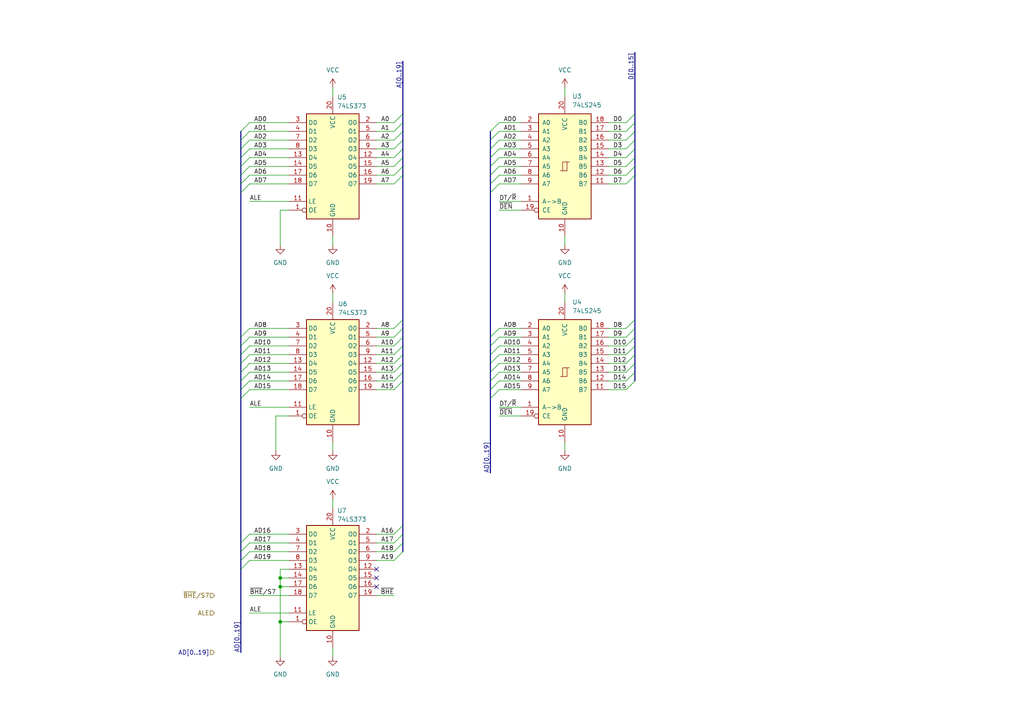
<source format=kicad_sch>
(kicad_sch (version 20250114) (generator "eeschema") (generator_version "9.0")
  (paper "A4")
  (lib_symbols
    (symbol "74xx:74LS245" (pin_names (offset 1.016))
      (property "Reference" "U" (at -7.62 16.51 0))
      (property "Value" "74LS245" (at -7.62 -16.51 0))
      (symbol "74LS245_1_0"
        (polyline (pts (xy -1.27 -1.27) (xy 0.635 -1.27) (xy 0.635 1.27) (xy 1.27 1.27)))
        (polyline (pts (xy -0.635 -1.27) (xy -0.635 1.27) (xy 0.635 1.27)))
        (pin tri_state line (at -12.7 12.7 0) (length 5.08) (name "A0") (number "2"))
        (pin tri_state line (at -12.7 10.16 0) (length 5.08) (name "A1") (number "3"))
        (pin tri_state line (at -12.7 7.62 0) (length 5.08) (name "A2") (number "4"))
        (pin tri_state line (at -12.7 5.08 0) (length 5.08) (name "A3") (number "5"))
        (pin tri_state line (at -12.7 2.54 0) (length 5.08) (name "A4") (number "6"))
        (pin tri_state line (at -12.7 0 0) (length 5.08) (name "A5") (number "7"))
        (pin tri_state line (at -12.7 -2.54 0) (length 5.08) (name "A6") (number "8"))
        (pin tri_state line (at -12.7 -5.08 0) (length 5.08) (name "A7") (number "9"))
        (pin input line (at -12.7 -10.16 0) (length 5.08) (name "A->B") (number "1"))
        (pin input inverted (at -12.7 -12.7 0) (length 5.08) (name "CE") (number "19"))
        (pin power_in line (at 0 20.32 270) (length 5.08) (name "VCC") (number "20"))
        (pin power_in line (at 0 -20.32 90) (length 5.08) (name "GND") (number "10"))
        (pin tri_state line (at 12.7 12.7 180) (length 5.08) (name "B0") (number "18"))
        (pin tri_state line (at 12.7 10.16 180) (length 5.08) (name "B1") (number "17"))
        (pin tri_state line (at 12.7 7.62 180) (length 5.08) (name "B2") (number "16"))
        (pin tri_state line (at 12.7 5.08 180) (length 5.08) (name "B3") (number "15"))
        (pin tri_state line (at 12.7 2.54 180) (length 5.08) (name "B4") (number "14"))
        (pin tri_state line (at 12.7 0 180) (length 5.08) (name "B5") (number "13"))
        (pin tri_state line (at 12.7 -2.54 180) (length 5.08) (name "B6") (number "12"))
        (pin tri_state line (at 12.7 -5.08 180) (length 5.08) (name "B7") (number "11"))
      )
      (symbol "74LS245_1_1"
        (rectangle (start -7.62 15.24) (end 7.62 -15.24) (stroke (width 0.254)) (fill (type background)))
      )
    )
    (symbol "74xx:74LS373"
      (property "Reference" "U" (at -7.62 16.51 0))
      (property "Value" "74LS373" (at -7.62 -16.51 0))
      (symbol "74LS373_1_0"
        (pin input line (at -12.7 12.7 0) (length 5.08) (name "D0") (number "3"))
        (pin input line (at -12.7 10.16 0) (length 5.08) (name "D1") (number "4"))
        (pin input line (at -12.7 7.62 0) (length 5.08) (name "D2") (number "7"))
        (pin input line (at -12.7 5.08 0) (length 5.08) (name "D3") (number "8"))
        (pin input line (at -12.7 2.54 0) (length 5.08) (name "D4") (number "13"))
        (pin input line (at -12.7 0 0) (length 5.08) (name "D5") (number "14"))
        (pin input line (at -12.7 -2.54 0) (length 5.08) (name "D6") (number "17"))
        (pin input line (at -12.7 -5.08 0) (length 5.08) (name "D7") (number "18"))
        (pin input line (at -12.7 -10.16 0) (length 5.08) (name "LE") (number "11"))
        (pin input inverted (at -12.7 -12.7 0) (length 5.08) (name "OE") (number "1"))
        (pin power_in line (at 0 20.32 270) (length 5.08) (name "VCC") (number "20"))
        (pin power_in line (at 0 -20.32 90) (length 5.08) (name "GND") (number "10"))
        (pin tri_state line (at 12.7 12.7 180) (length 5.08) (name "O0") (number "2"))
        (pin tri_state line (at 12.7 10.16 180) (length 5.08) (name "O1") (number "5"))
        (pin tri_state line (at 12.7 7.62 180) (length 5.08) (name "O2") (number "6"))
        (pin tri_state line (at 12.7 5.08 180) (length 5.08) (name "O3") (number "9"))
        (pin tri_state line (at 12.7 2.54 180) (length 5.08) (name "O4") (number "12"))
        (pin tri_state line (at 12.7 0 180) (length 5.08) (name "O5") (number "15"))
        (pin tri_state line (at 12.7 -2.54 180) (length 5.08) (name "O6") (number "16"))
        (pin tri_state line (at 12.7 -5.08 180) (length 5.08) (name "O7") (number "19"))
      )
      (symbol "74LS373_1_1"
        (rectangle (start -7.62 15.24) (end 7.62 -15.24) (stroke (width 0.254)) (fill (type background)))
      )
    )
    (symbol "power:GND" (power) (pin_numbers (hide yes)) (pin_names (offset 0) (hide yes))
      (property "Value" "GND" (at 0 -3.81 0))
      (symbol "GND_0_1"
        (polyline (pts (xy 0 0) (xy 0 -1.27) (xy 1.27 -1.27) (xy 0 -2.54) (xy -1.27 -1.27) (xy 0 -1.27)))
      )
      (symbol "GND_1_1"
        (pin power_in line (at 0 0 270) (length 0) (name "~") (number "1"))
      )
    )
    (symbol "power:VCC" (power) (pin_numbers (hide yes)) (pin_names (offset 0) (hide yes))
      (property "Value" "VCC" (at 0 3.556 0))
      (symbol "VCC_0_1"
        (polyline (pts (xy -0.762 1.27) (xy 0 2.54)))
        (polyline (pts (xy 0 2.54) (xy 0.762 1.27)))
        (polyline (pts (xy 0 0) (xy 0 2.54)))
      )
      (symbol "VCC_1_1"
        (pin power_in line (at 0 0 90) (length 0) (name "~") (number "1"))
      )
    )
  )
  (junction (at 81.28 180.34))
  (junction (at 81.28 167.64))
  (junction (at 81.28 170.18))
  (no_connect (at 109.22 170.18))
  (no_connect (at 109.22 167.64))
  (no_connect (at 109.22 165.1))
  (bus_entry (at 184.15 100.33) (size -2.54 2.54))
  (bus_entry (at 116.84 110.49) (size -2.54 2.54))
  (bus_entry (at 184.15 92.71) (size -2.54 2.54))
  (bus_entry (at 116.84 160.02) (size -2.54 2.54))
  (bus_entry (at 142.24 55.88) (size 2.54 -2.54))
  (bus_entry (at 69.85 165.1) (size 2.54 -2.54))
  (bus_entry (at 116.84 43.18) (size -2.54 2.54))
  (bus_entry (at 116.84 102.87) (size -2.54 2.54))
  (bus_entry (at 116.84 45.72) (size -2.54 2.54))
  (bus_entry (at 69.85 45.72) (size 2.54 -2.54))
  (bus_entry (at 69.85 38.1) (size 2.54 -2.54))
  (bus_entry (at 184.15 45.72) (size -2.54 2.54))
  (bus_entry (at 184.15 97.79) (size -2.54 2.54))
  (bus_entry (at 116.84 33.02) (size -2.54 2.54))
  (bus_entry (at 69.85 40.64) (size 2.54 -2.54))
  (bus_entry (at 116.84 100.33) (size -2.54 2.54))
  (bus_entry (at 116.84 48.26) (size -2.54 2.54))
  (bus_entry (at 142.24 38.1) (size 2.54 -2.54))
  (bus_entry (at 69.85 113.03) (size 2.54 -2.54))
  (bus_entry (at 69.85 50.8) (size 2.54 -2.54))
  (bus_entry (at 184.15 107.95) (size -2.54 2.54))
  (bus_entry (at 142.24 100.33) (size 2.54 -2.54))
  (bus_entry (at 184.15 38.1) (size -2.54 2.54))
  (bus_entry (at 142.24 105.41) (size 2.54 -2.54))
  (bus_entry (at 69.85 55.88) (size 2.54 -2.54))
  (bus_entry (at 116.84 152.4) (size -2.54 2.54))
  (bus_entry (at 69.85 107.95) (size 2.54 -2.54))
  (bus_entry (at 116.84 154.94) (size -2.54 2.54))
  (bus_entry (at 184.15 35.56) (size -2.54 2.54))
  (bus_entry (at 116.84 92.71) (size -2.54 2.54))
  (bus_entry (at 142.24 43.18) (size 2.54 -2.54))
  (bus_entry (at 184.15 43.18) (size -2.54 2.54))
  (bus_entry (at 116.84 95.25) (size -2.54 2.54))
  (bus_entry (at 69.85 115.57) (size 2.54 -2.54))
  (bus_entry (at 184.15 110.49) (size -2.54 2.54))
  (bus_entry (at 116.84 157.48) (size -2.54 2.54))
  (bus_entry (at 142.24 45.72) (size 2.54 -2.54))
  (bus_entry (at 69.85 110.49) (size 2.54 -2.54))
  (bus_entry (at 184.15 50.8) (size -2.54 2.54))
  (bus_entry (at 184.15 95.25) (size -2.54 2.54))
  (bus_entry (at 116.84 107.95) (size -2.54 2.54))
  (bus_entry (at 142.24 48.26) (size 2.54 -2.54))
  (bus_entry (at 184.15 105.41) (size -2.54 2.54))
  (bus_entry (at 116.84 38.1) (size -2.54 2.54))
  (bus_entry (at 142.24 102.87) (size 2.54 -2.54))
  (bus_entry (at 69.85 48.26) (size 2.54 -2.54))
  (bus_entry (at 142.24 107.95) (size 2.54 -2.54))
  (bus_entry (at 142.24 53.34) (size 2.54 -2.54))
  (bus_entry (at 184.15 33.02) (size -2.54 2.54))
  (bus_entry (at 69.85 102.87) (size 2.54 -2.54))
  (bus_entry (at 142.24 50.8) (size 2.54 -2.54))
  (bus_entry (at 184.15 102.87) (size -2.54 2.54))
  (bus_entry (at 184.15 40.64) (size -2.54 2.54))
  (bus_entry (at 69.85 157.48) (size 2.54 -2.54))
  (bus_entry (at 116.84 40.64) (size -2.54 2.54))
  (bus_entry (at 142.24 97.79) (size 2.54 -2.54))
  (bus_entry (at 142.24 110.49) (size 2.54 -2.54))
  (bus_entry (at 69.85 53.34) (size 2.54 -2.54))
  (bus_entry (at 142.24 113.03) (size 2.54 -2.54))
  (bus_entry (at 69.85 162.56) (size 2.54 -2.54))
  (bus_entry (at 69.85 160.02) (size 2.54 -2.54))
  (bus_entry (at 116.84 35.56) (size -2.54 2.54))
  (bus_entry (at 142.24 115.57) (size 2.54 -2.54))
  (bus_entry (at 116.84 50.8) (size -2.54 2.54))
  (bus_entry (at 142.24 40.64) (size 2.54 -2.54))
  (bus_entry (at 69.85 97.79) (size 2.54 -2.54))
  (bus_entry (at 116.84 105.41) (size -2.54 2.54))
  (bus_entry (at 69.85 105.41) (size 2.54 -2.54))
  (bus_entry (at 184.15 48.26) (size -2.54 2.54))
  (bus_entry (at 69.85 43.18) (size 2.54 -2.54))
  (bus_entry (at 116.84 97.79) (size -2.54 2.54))
  (bus_entry (at 69.85 100.33) (size 2.54 -2.54))
  (wire (pts (xy 144.78 35.56) (xy 151.13 35.56)))
  (wire (pts (xy 72.39 50.8) (xy 83.82 50.8)))
  (wire (pts (xy 72.39 53.34) (xy 83.82 53.34)))
  (bus (pts (xy 116.84 105.41) (xy 116.84 107.95)))
  (bus (pts (xy 142.24 40.64) (xy 142.24 43.18)))
  (wire (pts (xy 144.78 48.26) (xy 151.13 48.26)))
  (wire (pts (xy 114.3 45.72) (xy 109.22 45.72)))
  (bus (pts (xy 116.84 40.64) (xy 116.84 43.18)))
  (wire (pts (xy 81.28 165.1) (xy 81.28 167.64)))
  (wire (pts (xy 181.61 38.1) (xy 176.53 38.1)))
  (wire (pts (xy 181.61 113.03) (xy 176.53 113.03)))
  (wire (pts (xy 72.39 160.02) (xy 83.82 160.02)))
  (wire (pts (xy 72.39 157.48) (xy 83.82 157.48)))
  (bus (pts (xy 184.15 100.33) (xy 184.15 102.87)))
  (bus (pts (xy 184.15 33.02) (xy 184.15 35.56)))
  (bus (pts (xy 184.15 105.41) (xy 184.15 107.95)))
  (wire (pts (xy 144.78 120.65) (xy 151.13 120.65)))
  (wire (pts (xy 144.78 100.33) (xy 151.13 100.33)))
  (wire (pts (xy 72.39 177.8) (xy 83.82 177.8)))
  (wire (pts (xy 114.3 157.48) (xy 109.22 157.48)))
  (bus (pts (xy 142.24 43.18) (xy 142.24 45.72)))
  (wire (pts (xy 96.52 147.32) (xy 96.52 144.78)))
  (wire (pts (xy 144.78 53.34) (xy 151.13 53.34)))
  (wire (pts (xy 181.61 105.41) (xy 176.53 105.41)))
  (wire (pts (xy 114.3 53.34) (xy 109.22 53.34)))
  (bus (pts (xy 69.85 38.1) (xy 69.85 40.64)))
  (wire (pts (xy 83.82 167.64) (xy 81.28 167.64)))
  (wire (pts (xy 72.39 162.56) (xy 83.82 162.56)))
  (bus (pts (xy 69.85 113.03) (xy 69.85 115.57)))
  (bus (pts (xy 142.24 55.88) (xy 142.24 97.79)))
  (bus (pts (xy 69.85 50.8) (xy 69.85 53.34)))
  (wire (pts (xy 181.61 102.87) (xy 176.53 102.87)))
  (wire (pts (xy 144.78 38.1) (xy 151.13 38.1)))
  (wire (pts (xy 72.39 40.64) (xy 83.82 40.64)))
  (wire (pts (xy 181.61 107.95) (xy 176.53 107.95)))
  (bus (pts (xy 116.84 157.48) (xy 116.84 160.02)))
  (bus (pts (xy 116.84 154.94) (xy 116.84 157.48)))
  (bus (pts (xy 184.15 45.72) (xy 184.15 48.26)))
  (wire (pts (xy 144.78 45.72) (xy 151.13 45.72)))
  (bus (pts (xy 116.84 17.78) (xy 116.84 33.02)))
  (wire (pts (xy 181.61 53.34) (xy 176.53 53.34)))
  (wire (pts (xy 72.39 48.26) (xy 83.82 48.26)))
  (wire (pts (xy 81.28 60.96) (xy 81.28 71.12)))
  (wire (pts (xy 144.78 50.8) (xy 151.13 50.8)))
  (wire (pts (xy 144.78 105.41) (xy 151.13 105.41)))
  (wire (pts (xy 96.52 87.63) (xy 96.52 85.09)))
  (bus (pts (xy 116.84 102.87) (xy 116.84 105.41)))
  (wire (pts (xy 114.3 48.26) (xy 109.22 48.26)))
  (bus (pts (xy 116.84 92.71) (xy 116.84 95.25)))
  (wire (pts (xy 114.3 100.33) (xy 109.22 100.33)))
  (wire (pts (xy 72.39 45.72) (xy 83.82 45.72)))
  (wire (pts (xy 83.82 165.1) (xy 81.28 165.1)))
  (bus (pts (xy 184.15 95.25) (xy 184.15 97.79)))
  (wire (pts (xy 114.3 43.18) (xy 109.22 43.18)))
  (wire (pts (xy 72.39 154.94) (xy 83.82 154.94)))
  (bus (pts (xy 69.85 55.88) (xy 69.85 97.79)))
  (wire (pts (xy 114.3 97.79) (xy 109.22 97.79)))
  (bus (pts (xy 116.84 38.1) (xy 116.84 40.64)))
  (wire (pts (xy 80.01 120.65) (xy 83.82 120.65)))
  (wire (pts (xy 144.78 40.64) (xy 151.13 40.64)))
  (wire (pts (xy 72.39 172.72) (xy 83.82 172.72)))
  (wire (pts (xy 114.3 40.64) (xy 109.22 40.64)))
  (bus (pts (xy 116.84 97.79) (xy 116.84 100.33)))
  (bus (pts (xy 69.85 110.49) (xy 69.85 113.03)))
  (bus (pts (xy 184.15 48.26) (xy 184.15 50.8)))
  (bus (pts (xy 69.85 165.1) (xy 69.85 189.23)))
  (wire (pts (xy 114.3 38.1) (xy 109.22 38.1)))
  (wire (pts (xy 163.83 85.09) (xy 163.83 87.63)))
  (bus (pts (xy 69.85 160.02) (xy 69.85 162.56)))
  (wire (pts (xy 144.78 60.96) (xy 151.13 60.96)))
  (bus (pts (xy 184.15 43.18) (xy 184.15 45.72)))
  (wire (pts (xy 72.39 105.41) (xy 83.82 105.41)))
  (bus (pts (xy 142.24 38.1) (xy 142.24 40.64)))
  (bus (pts (xy 116.84 45.72) (xy 116.84 48.26)))
  (wire (pts (xy 72.39 118.11) (xy 83.82 118.11)))
  (wire (pts (xy 81.28 180.34) (xy 83.82 180.34)))
  (wire (pts (xy 181.61 40.64) (xy 176.53 40.64)))
  (bus (pts (xy 69.85 45.72) (xy 69.85 48.26)))
  (bus (pts (xy 142.24 107.95) (xy 142.24 110.49)))
  (bus (pts (xy 142.24 105.41) (xy 142.24 107.95)))
  (bus (pts (xy 184.15 40.64) (xy 184.15 43.18)))
  (wire (pts (xy 181.61 35.56) (xy 176.53 35.56)))
  (wire (pts (xy 72.39 58.42) (xy 83.82 58.42)))
  (wire (pts (xy 114.3 102.87) (xy 109.22 102.87)))
  (wire (pts (xy 81.28 167.64) (xy 81.28 170.18)))
  (bus (pts (xy 142.24 115.57) (xy 142.24 137.16)))
  (bus (pts (xy 69.85 53.34) (xy 69.85 55.88)))
  (wire (pts (xy 181.61 48.26) (xy 176.53 48.26)))
  (wire (pts (xy 163.83 68.58) (xy 163.83 71.12)))
  (bus (pts (xy 69.85 100.33) (xy 69.85 102.87)))
  (wire (pts (xy 144.78 58.42) (xy 151.13 58.42)))
  (wire (pts (xy 114.3 107.95) (xy 109.22 107.95)))
  (wire (pts (xy 114.3 110.49) (xy 109.22 110.49)))
  (wire (pts (xy 80.01 130.81) (xy 80.01 120.65)))
  (wire (pts (xy 72.39 95.25) (xy 83.82 95.25)))
  (bus (pts (xy 142.24 50.8) (xy 142.24 53.34)))
  (bus (pts (xy 116.84 110.49) (xy 116.84 152.4)))
  (wire (pts (xy 181.61 45.72) (xy 176.53 45.72)))
  (wire (pts (xy 114.3 35.56) (xy 109.22 35.56)))
  (bus (pts (xy 116.84 152.4) (xy 116.84 154.94)))
  (bus (pts (xy 184.15 15.24) (xy 184.15 33.02)))
  (wire (pts (xy 72.39 97.79) (xy 83.82 97.79)))
  (wire (pts (xy 83.82 170.18) (xy 81.28 170.18)))
  (bus (pts (xy 116.84 100.33) (xy 116.84 102.87)))
  (wire (pts (xy 114.3 172.72) (xy 109.22 172.72)))
  (bus (pts (xy 69.85 40.64) (xy 69.85 43.18)))
  (wire (pts (xy 163.83 25.4) (xy 163.83 27.94)))
  (wire (pts (xy 81.28 180.34) (xy 81.28 190.5)))
  (wire (pts (xy 83.82 60.96) (xy 81.28 60.96)))
  (bus (pts (xy 116.84 95.25) (xy 116.84 97.79)))
  (wire (pts (xy 181.61 95.25) (xy 176.53 95.25)))
  (bus (pts (xy 142.24 100.33) (xy 142.24 102.87)))
  (bus (pts (xy 69.85 162.56) (xy 69.85 165.1)))
  (wire (pts (xy 72.39 102.87) (xy 83.82 102.87)))
  (wire (pts (xy 72.39 38.1) (xy 83.82 38.1)))
  (wire (pts (xy 114.3 95.25) (xy 109.22 95.25)))
  (bus (pts (xy 142.24 48.26) (xy 142.24 50.8)))
  (bus (pts (xy 142.24 45.72) (xy 142.24 48.26)))
  (wire (pts (xy 181.61 110.49) (xy 176.53 110.49)))
  (wire (pts (xy 163.83 128.27) (xy 163.83 130.81)))
  (bus (pts (xy 142.24 113.03) (xy 142.24 115.57)))
  (wire (pts (xy 114.3 113.03) (xy 109.22 113.03)))
  (wire (pts (xy 72.39 100.33) (xy 83.82 100.33)))
  (bus (pts (xy 184.15 102.87) (xy 184.15 105.41)))
  (wire (pts (xy 144.78 43.18) (xy 151.13 43.18)))
  (wire (pts (xy 81.28 170.18) (xy 81.28 180.34)))
  (bus (pts (xy 142.24 53.34) (xy 142.24 55.88)))
  (bus (pts (xy 116.84 48.26) (xy 116.84 50.8)))
  (bus (pts (xy 184.15 35.56) (xy 184.15 38.1)))
  (wire (pts (xy 144.78 118.11) (xy 151.13 118.11)))
  (wire (pts (xy 144.78 110.49) (xy 151.13 110.49)))
  (bus (pts (xy 69.85 102.87) (xy 69.85 105.41)))
  (wire (pts (xy 181.61 100.33) (xy 176.53 100.33)))
  (bus (pts (xy 184.15 107.95) (xy 184.15 110.49)))
  (wire (pts (xy 144.78 113.03) (xy 151.13 113.03)))
  (bus (pts (xy 116.84 43.18) (xy 116.84 45.72)))
  (bus (pts (xy 116.84 33.02) (xy 116.84 35.56)))
  (wire (pts (xy 181.61 50.8) (xy 176.53 50.8)))
  (wire (pts (xy 72.39 113.03) (xy 83.82 113.03)))
  (bus (pts (xy 69.85 43.18) (xy 69.85 45.72)))
  (bus (pts (xy 142.24 102.87) (xy 142.24 105.41)))
  (wire (pts (xy 144.78 102.87) (xy 151.13 102.87)))
  (bus (pts (xy 142.24 110.49) (xy 142.24 113.03)))
  (wire (pts (xy 181.61 43.18) (xy 176.53 43.18)))
  (wire (pts (xy 96.52 187.96) (xy 96.52 190.5)))
  (bus (pts (xy 69.85 97.79) (xy 69.85 100.33)))
  (wire (pts (xy 114.3 50.8) (xy 109.22 50.8)))
  (wire (pts (xy 114.3 154.94) (xy 109.22 154.94)))
  (wire (pts (xy 96.52 27.94) (xy 96.52 25.4)))
  (bus (pts (xy 184.15 38.1) (xy 184.15 40.64)))
  (wire (pts (xy 144.78 107.95) (xy 151.13 107.95)))
  (bus (pts (xy 184.15 97.79) (xy 184.15 100.33)))
  (bus (pts (xy 116.84 50.8) (xy 116.84 92.71)))
  (bus (pts (xy 69.85 157.48) (xy 69.85 160.02)))
  (wire (pts (xy 96.52 68.58) (xy 96.52 71.12)))
  (bus (pts (xy 116.84 35.56) (xy 116.84 38.1)))
  (bus (pts (xy 184.15 92.71) (xy 184.15 95.25)))
  (bus (pts (xy 69.85 105.41) (xy 69.85 107.95)))
  (wire (pts (xy 181.61 97.79) (xy 176.53 97.79)))
  (bus (pts (xy 69.85 48.26) (xy 69.85 50.8)))
  (wire (pts (xy 72.39 107.95) (xy 83.82 107.95)))
  (wire (pts (xy 96.52 128.27) (xy 96.52 130.81)))
  (bus (pts (xy 142.24 97.79) (xy 142.24 100.33)))
  (bus (pts (xy 69.85 107.95) (xy 69.85 110.49)))
  (bus (pts (xy 116.84 107.95) (xy 116.84 110.49)))
  (wire (pts (xy 72.39 35.56) (xy 83.82 35.56)))
  (wire (pts (xy 144.78 95.25) (xy 151.13 95.25)))
  (wire (pts (xy 144.78 97.79) (xy 151.13 97.79)))
  (wire (pts (xy 114.3 162.56) (xy 109.22 162.56)))
  (wire (pts (xy 72.39 43.18) (xy 83.82 43.18)))
  (wire (pts (xy 114.3 105.41) (xy 109.22 105.41)))
  (bus (pts (xy 69.85 115.57) (xy 69.85 157.48)))
  (wire (pts (xy 114.3 160.02) (xy 109.22 160.02)))
  (wire (pts (xy 72.39 110.49) (xy 83.82 110.49)))
  (bus (pts (xy 184.15 50.8) (xy 184.15 92.71)))
  (label "AD3" (at 73.66 43.18 0))
  (label "AD17" (at 73.66 157.48 0))
  (label "A8" (at 110.49 95.25 0))
  (label "AD15" (at 146.05 113.03 0))
  (label "AD1" (at 146.05 38.1 0))
  (label "D11" (at 177.8 102.87 0))
  (label "A1" (at 110.49 38.1 0))
  (label "D[0..15]" (at 184.15 15.24 270))
  (label "A5" (at 110.49 48.26 0))
  (label "AD19" (at 73.66 162.56 0))
  (label "D15" (at 177.8 113.03 0))
  (label "A10" (at 110.49 100.33 0))
  (label "~{BHE}" (at 114.3 172.72 180))
  (label "A6" (at 110.49 50.8 0))
  (label "AD15" (at 73.66 113.03 0))
  (label "AD2" (at 146.05 40.64 0))
  (label "A11" (at 110.49 102.87 0))
  (label "D1" (at 177.8 38.1 0))
  (label "AD13" (at 146.05 107.95 0))
  (label "AD13" (at 73.66 107.95 0))
  (label "D8" (at 177.8 95.25 0))
  (label "AD16" (at 73.66 154.94 0))
  (label "AD4" (at 146.05 45.72 0))
  (label "D6" (at 177.8 50.8 0))
  (label "ALE" (at 72.39 177.8 0))
  (label "AD6" (at 146.05 50.8 0))
  (label "AD2" (at 73.66 40.64 0))
  (label "AD5" (at 73.66 48.26 0))
  (label "DT{slash}~{R}" (at 144.78 118.11 0))
  (label "AD14" (at 73.66 110.49 0))
  (label "AD7" (at 146.05 53.34 0))
  (label "AD4" (at 73.66 45.72 0))
  (label "A16" (at 110.49 154.94 0))
  (label "A12" (at 110.49 105.41 0))
  (label "AD7" (at 73.66 53.34 0))
  (label "D2" (at 177.8 40.64 0))
  (label "D3" (at 177.8 43.18 0))
  (label "AD3" (at 146.05 43.18 0))
  (label "A3" (at 110.49 43.18 0))
  (label "D5" (at 177.8 48.26 0))
  (label "AD0" (at 73.66 35.56 0))
  (label "D7" (at 177.8 53.34 0))
  (label "A15" (at 110.49 113.03 0))
  (label "D12" (at 177.8 105.41 0))
  (label "A9" (at 110.49 97.79 0))
  (label "AD5" (at 146.05 48.26 0))
  (label "A13" (at 110.49 107.95 0))
  (label "~{DEN}" (at 144.78 60.96 0))
  (label "AD14" (at 146.05 110.49 0))
  (label "A2" (at 110.49 40.64 0))
  (label "AD1" (at 73.66 38.1 0))
  (label "AD12" (at 146.05 105.41 0))
  (label "AD[0..19]" (at 142.24 137.16 90))
  (label "A7" (at 110.49 53.34 0))
  (label "AD8" (at 73.66 95.25 0))
  (label "AD12" (at 73.66 105.41 0))
  (label "A18" (at 110.49 160.02 0))
  (label "D10" (at 177.8 100.33 0))
  (label "A14" (at 110.49 110.49 0))
  (label "AD10" (at 73.66 100.33 0))
  (label "A[0..19]" (at 116.84 17.78 270))
  (label "D4" (at 177.8 45.72 0))
  (label "~{BHE}{slash}S7" (at 72.39 172.72 0))
  (label "AD18" (at 73.66 160.02 0))
  (label "AD8" (at 146.05 95.25 0))
  (label "D14" (at 177.8 110.49 0))
  (label "AD9" (at 73.66 97.79 0))
  (label "A0" (at 110.49 35.56 0))
  (label "A17" (at 110.49 157.48 0))
  (label "A19" (at 110.49 162.56 0))
  (label "ALE" (at 72.39 118.11 0))
  (label "AD10" (at 146.05 100.33 0))
  (label "AD11" (at 73.66 102.87 0))
  (label "AD6" (at 73.66 50.8 0))
  (label "AD11" (at 146.05 102.87 0))
  (label "AD[0..19]" (at 69.85 189.23 90))
  (label "D9" (at 177.8 97.79 0))
  (label "DT{slash}~{R}" (at 144.78 58.42 0))
  (label "A4" (at 110.49 45.72 0))
  (label "D13" (at 177.8 107.95 0))
  (label "D0" (at 177.8 35.56 0))
  (label "ALE" (at 72.39 58.42 0))
  (label "AD0" (at 146.05 35.56 0))
  (label "~{DEN}" (at 144.78 120.65 0))
  (label "AD9" (at 146.05 97.79 0))
  (hierarchical_label "AD[0..19]" (shape input) (at 62.23 189.23 180))
  (hierarchical_label "ALE" (shape input) (at 62.23 177.8 180))
  (hierarchical_label "~{BHE}{slash}S7" (shape input) (at 62.23 172.72 180))
  (symbol (lib_id "power:GND") (at 96.52 190.5 0) (unit 1)
    (property "Reference" "#PWR011" (effects (hide yes)))
    (property "Value" "GND" (at 96.52 195.58 0))
    (property "Description" "Power symbol creates a global label with name \"GND\" , ground" (effects (hide yes)))
  )
  (symbol (lib_id "power:GND") (at 96.52 130.81 0) (unit 1)
    (property "Reference" "#PWR09" (effects (hide yes)))
    (property "Value" "GND" (at 96.52 135.89 0))
    (property "Description" "Power symbol creates a global label with name \"GND\" , ground" (effects (hide yes)))
  )
  (symbol (lib_id "74xx:74LS245") (at 163.83 107.95 0) (unit 1)
    (property "Reference" "U4" (at 165.9733 87.63 0) (effects (justify left)))
    (property "Value" "74LS245" (at 165.9733 90.17 0) (effects (justify left)))
    (property "Datasheet" "http://www.ti.com/lit/gpn/sn74LS245" (effects (hide yes)))
    (property "Description" "Octal BUS Transceivers, 3-State outputs" (effects (hide yes)))
  )
  (symbol (lib_id "power:GND") (at 81.28 71.12 0) (unit 1)
    (property "Reference" "#PWR013" (effects (hide yes)))
    (property "Value" "GND" (at 81.28 76.2 0))
    (property "Description" "Power symbol creates a global label with name \"GND\" , ground" (effects (hide yes)))
  )
  (symbol (lib_id "power:GND") (at 96.52 71.12 0) (unit 1)
    (property "Reference" "#PWR07" (effects (hide yes)))
    (property "Value" "GND" (at 96.52 76.2 0))
    (property "Description" "Power symbol creates a global label with name \"GND\" , ground" (effects (hide yes)))
  )
  (symbol (lib_id "74xx:74LS373") (at 96.52 48.26 0) (unit 1)
    (property "Reference" "U5" (at 97.79 28.194 0) (effects (justify left)))
    (property "Value" "74LS373" (at 97.79 30.734 0) (effects (justify left)))
    (property "Datasheet" "http://www.ti.com/lit/gpn/sn74LS373" (effects (hide yes)))
    (property "Description" "8-bit Latch, 3-state outputs" (effects (hide yes)))
  )
  (symbol (lib_id "power:VCC") (at 163.83 85.09 0) (unit 1)
    (property "Reference" "#PWR017" (effects (hide yes)))
    (property "Value" "VCC" (at 163.83 80.01 0))
    (property "Description" "Power symbol creates a global label with name \"VCC\"" (effects (hide yes)))
  )
  (symbol (lib_id "power:GND") (at 163.83 130.81 0) (unit 1)
    (property "Reference" "#PWR019" (effects (hide yes)))
    (property "Value" "GND" (at 163.83 135.89 0))
    (property "Description" "Power symbol creates a global label with name \"GND\" , ground" (effects (hide yes)))
  )
  (symbol (lib_id "power:VCC") (at 96.52 25.4 0) (unit 1)
    (property "Reference" "#PWR06" (effects (hide yes)))
    (property "Value" "VCC" (at 96.52 20.32 0))
    (property "Description" "Power symbol creates a global label with name \"VCC\"" (effects (hide yes)))
  )
  (symbol (lib_id "74xx:74LS373") (at 96.52 167.64 0) (unit 1)
    (property "Reference" "U7" (at 97.79 148.082 0) (effects (justify left)))
    (property "Value" "74LS373" (at 97.79 150.622 0) (effects (justify left)))
    (property "Datasheet" "http://www.ti.com/lit/gpn/sn74LS373" (effects (hide yes)))
    (property "Description" "8-bit Latch, 3-state outputs" (effects (hide yes)))
  )
  (symbol (lib_id "74xx:74LS373") (at 96.52 107.95 0) (unit 1)
    (property "Reference" "U6" (at 98.044 88.138 0) (effects (justify left)))
    (property "Value" "74LS373" (at 98.044 90.678 0) (effects (justify left)))
    (property "Datasheet" "http://www.ti.com/lit/gpn/sn74LS373" (effects (hide yes)))
    (property "Description" "8-bit Latch, 3-state outputs" (effects (hide yes)))
  )
  (symbol (lib_id "power:GND") (at 81.28 190.5 0) (unit 1)
    (property "Reference" "#PWR012" (effects (hide yes)))
    (property "Value" "GND" (at 81.28 195.58 0))
    (property "Description" "Power symbol creates a global label with name \"GND\" , ground" (effects (hide yes)))
  )
  (symbol (lib_id "power:VCC") (at 96.52 144.78 0) (unit 1)
    (property "Reference" "#PWR010" (effects (hide yes)))
    (property "Value" "VCC" (at 96.52 139.7 0))
    (property "Description" "Power symbol creates a global label with name \"VCC\"" (effects (hide yes)))
  )
  (symbol (lib_id "power:GND") (at 80.01 130.81 0) (unit 1)
    (property "Reference" "#PWR014" (effects (hide yes)))
    (property "Value" "GND" (at 80.01 135.89 0))
    (property "Description" "Power symbol creates a global label with name \"GND\" , ground" (effects (hide yes)))
  )
  (symbol (lib_id "power:GND") (at 163.83 71.12 0) (unit 1)
    (property "Reference" "#PWR018" (effects (hide yes)))
    (property "Value" "GND" (at 163.83 76.2 0))
    (property "Description" "Power symbol creates a global label with name \"GND\" , ground" (effects (hide yes)))
  )
  (symbol (lib_id "74xx:74LS245") (at 163.83 48.26 0) (unit 1)
    (property "Reference" "U3" (at 165.9733 27.94 0) (effects (justify left)))
    (property "Value" "74LS245" (at 165.9733 30.48 0) (effects (justify left)))
    (property "Datasheet" "http://www.ti.com/lit/gpn/sn74LS245" (effects (hide yes)))
    (property "Description" "Octal BUS Transceivers, 3-State outputs" (effects (hide yes)))
  )
  (symbol (lib_id "power:VCC") (at 163.83 25.4 0) (unit 1)
    (property "Reference" "#PWR015" (effects (hide yes)))
    (property "Value" "VCC" (at 163.83 20.32 0))
    (property "Description" "Power symbol creates a global label with name \"VCC\"" (effects (hide yes)))
  )
  (symbol (lib_id "power:VCC") (at 96.52 85.09 0) (unit 1)
    (property "Reference" "#PWR08" (effects (hide yes)))
    (property "Value" "VCC" (at 96.52 80.01 0))
    (property "Description" "Power symbol creates a global label with name \"VCC\"" (effects (hide yes)))
  )
)
</source>
